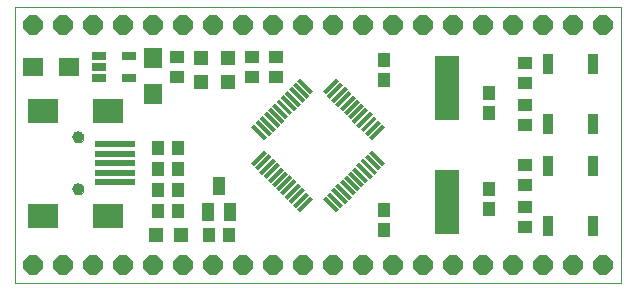
<source format=gts>
G75*
G70*
%OFA0B0*%
%FSLAX24Y24*%
%IPPOS*%
%LPD*%
%AMOC8*
5,1,8,0,0,1.08239X$1,22.5*
%
%ADD10C,0.0000*%
%ADD11R,0.0670X0.0591*%
%ADD12R,0.0591X0.0670*%
%ADD13R,0.0434X0.0473*%
%ADD14R,0.0473X0.0434*%
%ADD15R,0.0512X0.0512*%
%ADD16R,0.0340X0.0690*%
%ADD17OC8,0.0640*%
%ADD18R,0.0434X0.0591*%
%ADD19R,0.0631X0.0138*%
%ADD20R,0.0138X0.0631*%
%ADD21R,0.0800X0.2140*%
%ADD22R,0.1024X0.0827*%
%ADD23R,0.1339X0.0237*%
%ADD24C,0.0394*%
%ADD25R,0.0512X0.0257*%
D10*
X000350Y000158D02*
X000350Y009358D01*
X020550Y009358D01*
X020550Y000158D01*
X000350Y000158D01*
X002273Y003292D02*
X002275Y003318D01*
X002281Y003344D01*
X002291Y003369D01*
X002304Y003392D01*
X002320Y003412D01*
X002340Y003430D01*
X002362Y003445D01*
X002385Y003457D01*
X002411Y003465D01*
X002437Y003469D01*
X002463Y003469D01*
X002489Y003465D01*
X002515Y003457D01*
X002539Y003445D01*
X002560Y003430D01*
X002580Y003412D01*
X002596Y003392D01*
X002609Y003369D01*
X002619Y003344D01*
X002625Y003318D01*
X002627Y003292D01*
X002625Y003266D01*
X002619Y003240D01*
X002609Y003215D01*
X002596Y003192D01*
X002580Y003172D01*
X002560Y003154D01*
X002538Y003139D01*
X002515Y003127D01*
X002489Y003119D01*
X002463Y003115D01*
X002437Y003115D01*
X002411Y003119D01*
X002385Y003127D01*
X002361Y003139D01*
X002340Y003154D01*
X002320Y003172D01*
X002304Y003192D01*
X002291Y003215D01*
X002281Y003240D01*
X002275Y003266D01*
X002273Y003292D01*
X002273Y005024D02*
X002275Y005050D01*
X002281Y005076D01*
X002291Y005101D01*
X002304Y005124D01*
X002320Y005144D01*
X002340Y005162D01*
X002362Y005177D01*
X002385Y005189D01*
X002411Y005197D01*
X002437Y005201D01*
X002463Y005201D01*
X002489Y005197D01*
X002515Y005189D01*
X002539Y005177D01*
X002560Y005162D01*
X002580Y005144D01*
X002596Y005124D01*
X002609Y005101D01*
X002619Y005076D01*
X002625Y005050D01*
X002627Y005024D01*
X002625Y004998D01*
X002619Y004972D01*
X002609Y004947D01*
X002596Y004924D01*
X002580Y004904D01*
X002560Y004886D01*
X002538Y004871D01*
X002515Y004859D01*
X002489Y004851D01*
X002463Y004847D01*
X002437Y004847D01*
X002411Y004851D01*
X002385Y004859D01*
X002361Y004871D01*
X002340Y004886D01*
X002320Y004904D01*
X002304Y004924D01*
X002291Y004947D01*
X002281Y004972D01*
X002275Y004998D01*
X002273Y005024D01*
D11*
X002140Y007358D03*
X000959Y007358D03*
D12*
X004950Y007649D03*
X004950Y006468D03*
D13*
X005115Y004658D03*
X005784Y004658D03*
X005784Y003958D03*
X005115Y003958D03*
X005115Y003258D03*
X005784Y003258D03*
X005784Y002558D03*
X005115Y002558D03*
X006815Y001758D03*
X007484Y001758D03*
X012650Y001923D03*
X012650Y002593D03*
X016150Y002623D03*
X016150Y003293D03*
X016150Y005823D03*
X016150Y006493D03*
X012650Y006923D03*
X012650Y007593D03*
D14*
X009050Y007693D03*
X008250Y007693D03*
X008250Y007023D03*
X009050Y007023D03*
X005750Y007023D03*
X005750Y007693D03*
X017350Y007493D03*
X017350Y006823D03*
X017350Y006093D03*
X017350Y005423D03*
X017350Y004093D03*
X017350Y003423D03*
X017350Y002693D03*
X017350Y002023D03*
D15*
X005863Y001758D03*
X005036Y001758D03*
X006550Y006845D03*
X007450Y006845D03*
X007450Y007671D03*
X006550Y007671D03*
D16*
X018100Y007458D03*
X019600Y007458D03*
X019600Y005458D03*
X018100Y005458D03*
X018100Y004058D03*
X019600Y004058D03*
X019600Y002058D03*
X018100Y002058D03*
D17*
X017950Y000758D03*
X018950Y000758D03*
X019950Y000758D03*
X016950Y000758D03*
X015950Y000758D03*
X014950Y000758D03*
X013950Y000758D03*
X012950Y000758D03*
X011950Y000758D03*
X010950Y000758D03*
X009950Y000758D03*
X008950Y000758D03*
X007950Y000758D03*
X006950Y000758D03*
X005950Y000758D03*
X004950Y000758D03*
X003950Y000758D03*
X002950Y000758D03*
X001950Y000758D03*
X000950Y000758D03*
X000950Y008758D03*
X001950Y008758D03*
X002950Y008758D03*
X003950Y008758D03*
X004950Y008758D03*
X005950Y008758D03*
X006950Y008758D03*
X007950Y008758D03*
X008950Y008758D03*
X009950Y008758D03*
X010950Y008758D03*
X011950Y008758D03*
X012950Y008758D03*
X013950Y008758D03*
X014950Y008758D03*
X015950Y008758D03*
X016950Y008758D03*
X017950Y008758D03*
X018950Y008758D03*
X019950Y008758D03*
D18*
X007150Y003391D03*
X007524Y002525D03*
X006776Y002525D03*
D19*
G36*
X009190Y003179D02*
X009634Y003623D01*
X009732Y003525D01*
X009288Y003081D01*
X009190Y003179D01*
G37*
G36*
X009330Y003040D02*
X009774Y003484D01*
X009872Y003386D01*
X009428Y002942D01*
X009330Y003040D01*
G37*
G36*
X009469Y002901D02*
X009913Y003345D01*
X010011Y003247D01*
X009567Y002803D01*
X009469Y002901D01*
G37*
G36*
X009608Y002762D02*
X010052Y003206D01*
X010150Y003108D01*
X009706Y002664D01*
X009608Y002762D01*
G37*
G36*
X009747Y002622D02*
X010191Y003066D01*
X010289Y002968D01*
X009845Y002524D01*
X009747Y002622D01*
G37*
G36*
X009051Y003318D02*
X009495Y003762D01*
X009593Y003664D01*
X009149Y003220D01*
X009051Y003318D01*
G37*
G36*
X008912Y003458D02*
X009356Y003902D01*
X009454Y003804D01*
X009010Y003360D01*
X008912Y003458D01*
G37*
G36*
X008773Y003597D02*
X009217Y004041D01*
X009315Y003943D01*
X008871Y003499D01*
X008773Y003597D01*
G37*
G36*
X008634Y003736D02*
X009078Y004180D01*
X009176Y004082D01*
X008732Y003638D01*
X008634Y003736D01*
G37*
G36*
X008494Y003875D02*
X008938Y004319D01*
X009036Y004221D01*
X008592Y003777D01*
X008494Y003875D01*
G37*
G36*
X008355Y004014D02*
X008799Y004458D01*
X008897Y004360D01*
X008453Y003916D01*
X008355Y004014D01*
G37*
G36*
X008216Y004154D02*
X008660Y004598D01*
X008758Y004500D01*
X008314Y004056D01*
X008216Y004154D01*
G37*
G36*
X012002Y005156D02*
X012446Y005600D01*
X012544Y005502D01*
X012100Y005058D01*
X012002Y005156D01*
G37*
G36*
X012141Y005017D02*
X012585Y005461D01*
X012683Y005363D01*
X012239Y004919D01*
X012141Y005017D01*
G37*
G36*
X011863Y005295D02*
X012307Y005739D01*
X012405Y005641D01*
X011961Y005197D01*
X011863Y005295D01*
G37*
G36*
X011724Y005434D02*
X012168Y005878D01*
X012266Y005780D01*
X011822Y005336D01*
X011724Y005434D01*
G37*
G36*
X011584Y005573D02*
X012028Y006017D01*
X012126Y005919D01*
X011682Y005475D01*
X011584Y005573D01*
G37*
G36*
X011445Y005713D02*
X011889Y006157D01*
X011987Y006059D01*
X011543Y005615D01*
X011445Y005713D01*
G37*
G36*
X011306Y005852D02*
X011750Y006296D01*
X011848Y006198D01*
X011404Y005754D01*
X011306Y005852D01*
G37*
G36*
X011167Y005991D02*
X011611Y006435D01*
X011709Y006337D01*
X011265Y005893D01*
X011167Y005991D01*
G37*
G36*
X011028Y006130D02*
X011472Y006574D01*
X011570Y006476D01*
X011126Y006032D01*
X011028Y006130D01*
G37*
G36*
X010888Y006269D02*
X011332Y006713D01*
X011430Y006615D01*
X010986Y006171D01*
X010888Y006269D01*
G37*
G36*
X010749Y006409D02*
X011193Y006853D01*
X011291Y006755D01*
X010847Y006311D01*
X010749Y006409D01*
G37*
G36*
X010610Y006548D02*
X011054Y006992D01*
X011152Y006894D01*
X010708Y006450D01*
X010610Y006548D01*
G37*
D20*
G36*
X009747Y006894D02*
X009845Y006992D01*
X010289Y006548D01*
X010191Y006450D01*
X009747Y006894D01*
G37*
G36*
X009608Y006755D02*
X009706Y006853D01*
X010150Y006409D01*
X010052Y006311D01*
X009608Y006755D01*
G37*
G36*
X009469Y006615D02*
X009567Y006713D01*
X010011Y006269D01*
X009913Y006171D01*
X009469Y006615D01*
G37*
G36*
X009330Y006476D02*
X009428Y006574D01*
X009872Y006130D01*
X009774Y006032D01*
X009330Y006476D01*
G37*
G36*
X009190Y006337D02*
X009288Y006435D01*
X009732Y005991D01*
X009634Y005893D01*
X009190Y006337D01*
G37*
G36*
X009051Y006198D02*
X009149Y006296D01*
X009593Y005852D01*
X009495Y005754D01*
X009051Y006198D01*
G37*
G36*
X008912Y006059D02*
X009010Y006157D01*
X009454Y005713D01*
X009356Y005615D01*
X008912Y006059D01*
G37*
G36*
X008773Y005919D02*
X008871Y006017D01*
X009315Y005573D01*
X009217Y005475D01*
X008773Y005919D01*
G37*
G36*
X008634Y005780D02*
X008732Y005878D01*
X009176Y005434D01*
X009078Y005336D01*
X008634Y005780D01*
G37*
G36*
X008494Y005641D02*
X008592Y005739D01*
X009036Y005295D01*
X008938Y005197D01*
X008494Y005641D01*
G37*
G36*
X008355Y005502D02*
X008453Y005600D01*
X008897Y005156D01*
X008799Y005058D01*
X008355Y005502D01*
G37*
G36*
X008216Y005363D02*
X008314Y005461D01*
X008758Y005017D01*
X008660Y004919D01*
X008216Y005363D01*
G37*
G36*
X012002Y004360D02*
X012100Y004458D01*
X012544Y004014D01*
X012446Y003916D01*
X012002Y004360D01*
G37*
G36*
X012141Y004500D02*
X012239Y004598D01*
X012683Y004154D01*
X012585Y004056D01*
X012141Y004500D01*
G37*
G36*
X011863Y004221D02*
X011961Y004319D01*
X012405Y003875D01*
X012307Y003777D01*
X011863Y004221D01*
G37*
G36*
X011724Y004082D02*
X011822Y004180D01*
X012266Y003736D01*
X012168Y003638D01*
X011724Y004082D01*
G37*
G36*
X011584Y003943D02*
X011682Y004041D01*
X012126Y003597D01*
X012028Y003499D01*
X011584Y003943D01*
G37*
G36*
X011445Y003804D02*
X011543Y003902D01*
X011987Y003458D01*
X011889Y003360D01*
X011445Y003804D01*
G37*
G36*
X011306Y003664D02*
X011404Y003762D01*
X011848Y003318D01*
X011750Y003220D01*
X011306Y003664D01*
G37*
G36*
X011167Y003525D02*
X011265Y003623D01*
X011709Y003179D01*
X011611Y003081D01*
X011167Y003525D01*
G37*
G36*
X011028Y003386D02*
X011126Y003484D01*
X011570Y003040D01*
X011472Y002942D01*
X011028Y003386D01*
G37*
G36*
X010888Y003247D02*
X010986Y003345D01*
X011430Y002901D01*
X011332Y002803D01*
X010888Y003247D01*
G37*
G36*
X010749Y003108D02*
X010847Y003206D01*
X011291Y002762D01*
X011193Y002664D01*
X010749Y003108D01*
G37*
G36*
X010610Y002968D02*
X010708Y003066D01*
X011152Y002622D01*
X011054Y002524D01*
X010610Y002968D01*
G37*
D21*
X014750Y002858D03*
X014750Y006658D03*
D22*
X003434Y005910D03*
X001269Y005910D03*
X001269Y002406D03*
X003434Y002406D03*
D23*
X003670Y003528D03*
X003670Y003843D03*
X003670Y004158D03*
X003670Y004473D03*
X003670Y004788D03*
D24*
X002450Y005024D03*
X002450Y003292D03*
D25*
X003138Y006984D03*
X004161Y006984D03*
X003138Y007358D03*
X003138Y007732D03*
X004161Y007732D03*
M02*

</source>
